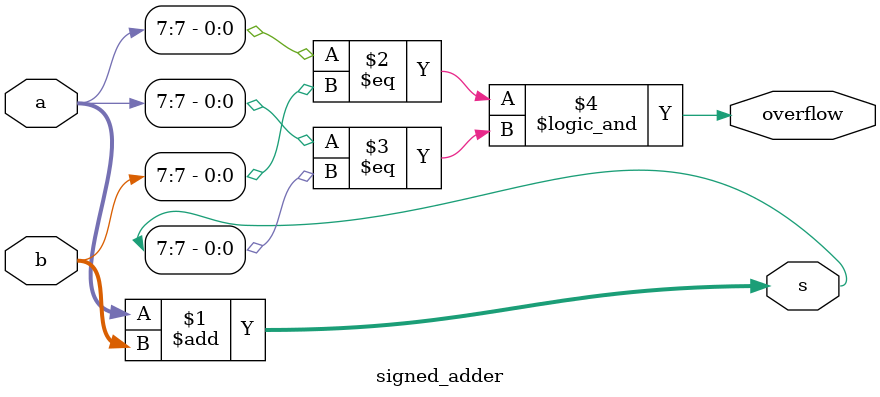
<source format=v>

module signed_adder(input [7:0] a,
    input [7:0] b,
    output [7:0] s,
    output overflow
); 

// The numbers a and b are added to the output s. 
// assign the occurence of the signed overflow of a and b to the output overflow.
// a signed overflow occurs if the most significant bits of a and b are low and the most significant bit of s is high
// a signed overflow may also occur if the most significant bits of a and b are high and the most significant bit of s is low


assign s = a + b;
assign overflow = (a[7] == b[7] && a[7] == s[7]); 

endmodule

</source>
